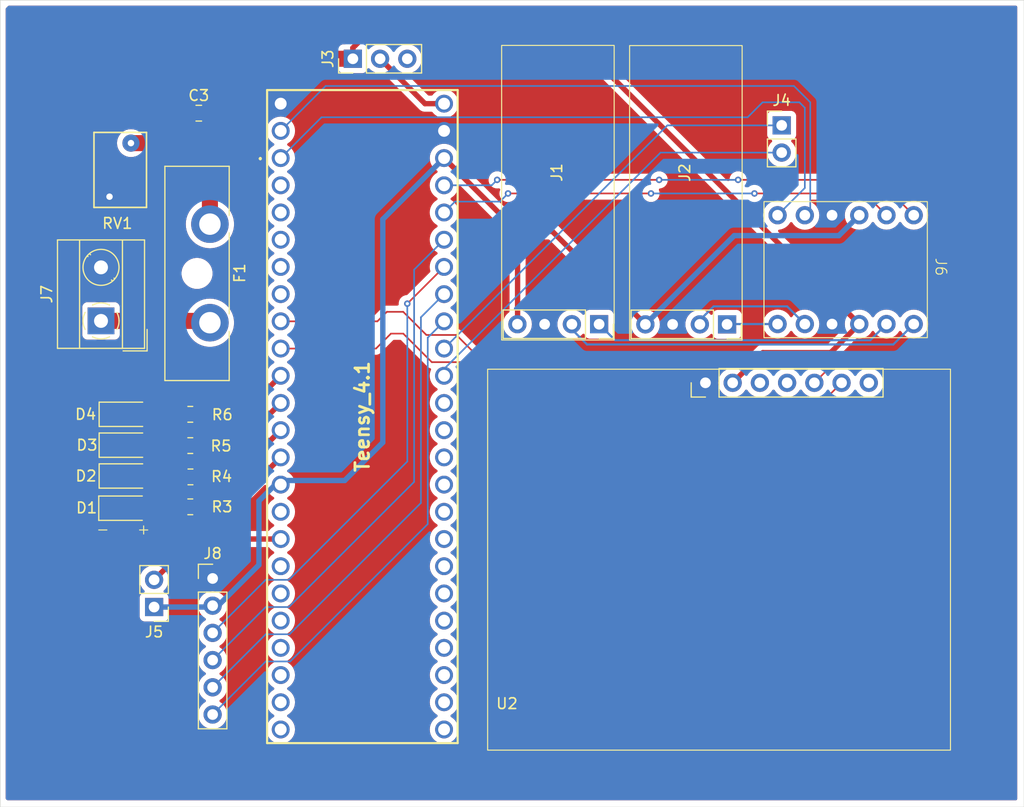
<source format=kicad_pcb>
(kicad_pcb (version 20240108) (generator "pcbnew") (generator_version "8.0")
  (layers (0 "F.Cu" signal) (31 "B.Cu" signal) (34 "B.Paste" user) (35 "F.Paste" user) (36 "B.SilkS" user "B.Silkscreen") (37 "F.SilkS" user "F.Silkscreen") (38 "B.Mask" user) (39 "F.Mask" user) (44 "Edge.Cuts" user))
  (net 0 "")
  (net 1 "GND")
  (net 2 "+3.3V")
  (net 3 "+5V")
  (net 4 "Net-(D1-A)")
  (net 5 "Net-(D2-A)")
  (net 6 "Net-(D3-A)")
  (net 7 "Net-(D4-A)")
  (net 8 "Net-(J7-Pin_1)")
  (net 9 "/CAN1 TX 5v")
  (net 10 "/CAN1 RX 5v")
  (net 11 "/CAN2 TX 5v")
  (net 12 "/CAN2 RX 5v")
  (net 13 "/Teensy Vin")
  (net 14 "/Toggle")
  (net 15 "/CAN2 TX 3.3v")
  (net 16 "/CAN2 RX 3.3v")
  (net 17 "/CAN1 RX 3.3v")
  (net 18 "/CAN1 TX 3.3v")
  (net 19 "/GYRO SCL")
  (net 20 "/GYRO SDA")
  (net 21 "/LED0")
  (net 22 "/LED1")
  (net 23 "/LED2")
  (net 24 "/LED3")
  (net 30 "/GPS RX")
  (net 38 "/IntGyro")
  (net 41 "/GPS TX")
  (net 43 "/IntAccel")
  (net 56 "/Dashboard SDA")
  (net 57 "/Dashboard SCL")
  (footprint "Custom Footprints:TEENSY41" (layer "F.Cu") (at 104.1654 79.2226)
    (property "Reference" "Teensy_4.1" (at -0.1524 -1.8796 90) (layer "F.SilkS") (effects (font (size 1.27 1.27) (thickness 0.254))))
    (property "Value" "~" (hide yes))
    (fp_line (start -9.6724 -26.0096) (end -9.6724 -26.0096) (stroke (width 0.2)) (layer "F.SilkS"))
    (fp_line (start -9.6724 -26.0096) (end -9.6724 -26.0096) (stroke (width 0.2)) (layer "F.SilkS"))
    (fp_line (start -9.6724 -25.9096) (end -9.6724 -25.9096) (stroke (width 0.2)) (layer "F.SilkS"))
    (fp_line (start -9.0424 -32.3596) (end -9.0424 28.6004) (stroke (width 0.2)) (layer "F.SilkS"))
    (fp_line (start -9.0424 28.6004) (end 8.7376 28.6004) (stroke (width 0.2)) (layer "F.SilkS"))
    (fp_line (start 8.7376 -32.3596) (end -9.0424 -32.3596) (stroke (width 0.2)) (layer "F.SilkS"))
    (fp_line (start 8.7376 28.6004) (end 8.7376 -32.3596) (stroke (width 0.2)) (layer "F.SilkS"))
    (fp_arc (start -9.6724 -26.0096) (mid -9.6224 -25.9596) (end -9.6724 -25.9096) (stroke (width 0.2)) (layer "F.SilkS"))
    (fp_arc (start -9.6724 -25.9096) (mid -9.7224 -25.9596) (end -9.6724 -26.0096) (stroke (width 0.2)) (layer "F.SilkS"))
    (fp_arc (start -9.6724 -25.9096) (mid -9.7224 -25.9596) (end -9.6724 -26.0096) (stroke (width 0.2)) (layer "F.SilkS"))
    (pad "0" thru_hole circle (at -7.7724 -28.5496 270) (size 1.665 1.665) (drill 1.11) (layers "*.Cu" "*.Mask") (net 16 "/CAN2 RX 3.3v"))
    (pad "1" thru_hole circle (at -7.7724 -26.0096 270) (size 1.665 1.665) (drill 1.11) (layers "*.Cu" "*.Mask") (net 15 "/CAN2 TX 3.3v"))
    (pad "2" thru_hole circle (at -7.7724 -23.4696 270) (size 1.665 1.665) (drill 1.11) (layers "*.Cu" "*.Mask"))
    (pad "3" thru_hole circle (at -7.7724 -20.9296 270) (size 1.665 1.665) (drill 1.11) (layers "*.Cu" "*.Mask"))
    (pad "4" thru_hole circle (at -7.7724 -18.3896 270) (size 1.665 1.665) (drill 1.11) (layers "*.Cu" "*.Mask"))
    (pad "5" thru_hole circle (at -7.7724 -15.8496 270) (size 1.665 1.665) (drill 1.11) (layers "*.Cu" "*.Mask"))
    (pad "6" thru_hole circle (at -7.7724 -13.3096 270) (size 1.665 1.665) (drill 1.11) (layers "*.Cu" "*.Mask"))
    (pad "7" thru_hole circle (at -7.7724 -10.7696 270) (size 1.665 1.665) (drill 1.11) (layers "*.Cu" "*.Mask") (net 41 "/GPS TX"))
    (pad "8" thru_hole circle (at -7.7724 -8.2296 270) (size 1.665 1.665) (drill 1.11) (layers "*.Cu" "*.Mask") (net 30 "/GPS RX"))
    (pad "9" thru_hole circle (at -7.7724 -5.6896 270) (size 1.665 1.665) (drill 1.11) (layers "*.Cu" "*.Mask") (net 24 "/LED3"))
    (pad "10" thru_hole circle (at -7.7724 -3.1496 270) (size 1.665 1.665) (drill 1.11) (layers "*.Cu" "*.Mask") (net 23 "/LED2"))
    (pad "11" thru_hole circle (at -7.7724 -0.6096 270) (size 1.665 1.665) (drill 1.11) (layers "*.Cu" "*.Mask") (net 22 "/LED1"))
    (pad "12" thru_hole circle (at -7.7724 1.9304 270) (size 1.665 1.665) (drill 1.11) (layers "*.Cu" "*.Mask") (net 21 "/LED0"))
    (pad "13" thru_hole circle (at 7.4676 1.9304 270) (size 1.665 1.665) (drill 1.11) (layers "*.Cu" "*.Mask"))
    (pad "14" thru_hole circle (at 7.4676 -0.6096 270) (size 1.665 1.665) (drill 1.11) (layers "*.Cu" "*.Mask"))
    (pad "15" thru_hole circle (at 7.4676 -3.1496 270) (size 1.665 1.665) (drill 1.11) (layers "*.Cu" "*.Mask"))
    (pad "16" thru_hole circle (at 7.4676 -5.6896 270) (size 1.665 1.665) (drill 1.11) (layers "*.Cu" "*.Mask") (net 57 "/Dashboard SCL"))
    (pad "17" thru_hole circle (at 7.4676 -8.2296 270) (size 1.665 1.665) (drill 1.11) (layers "*.Cu" "*.Mask") (net 56 "/Dashboard SDA"))
    (pad "18" thru_hole circle (at 7.4676 -10.7696 270) (size 1.665 1.665) (drill 1.11) (layers "*.Cu" "*.Mask") (net 20 "/GYRO SDA"))
    (pad "19" thru_hole circle (at 7.4676 -13.3096 270) (size 1.665 1.665) (drill 1.11) (layers "*.Cu" "*.Mask") (net 19 "/GYRO SCL"))
    (pad "20" thru_hole circle (at 7.4676 -15.8496 270) (size 1.665 1.665) (drill 1.11) (layers "*.Cu" "*.Mask") (net 38 "/IntGyro"))
    (pad "21" thru_hole circle (at 7.4676 -18.3896 270) (size 1.665 1.665) (drill 1.11) (layers "*.Cu" "*.Mask") (net 43 "/IntAccel"))
    (pad "22" thru_hole circle (at 7.4676 -20.9296 270) (size 1.665 1.665) (drill 1.11) (layers "*.Cu" "*.Mask") (net 18 "/CAN1 TX 3.3v"))
    (pad "23" thru_hole circle (at 7.4676 -23.4696 270) (size 1.665 1.665) (drill 1.11) (layers "*.Cu" "*.Mask") (net 17 "/CAN1 RX 3.3v"))
    (pad "24" thru_hole circle (at -7.7724 7.0104 270) (size 1.665 1.665) (drill 1.11) (layers "*.Cu" "*.Mask"))
    (pad "25" thru_hole circle (at -7.7724 9.5504 270) (size 1.665 1.665) (drill 1.11) (layers "*.Cu" "*.Mask") (net 14 "/Toggle"))
    (pad "26" thru_hole circle (at -7.7724 12.0904 270) (size 1.665 1.665) (drill 1.11) (layers "*.Cu" "*.Mask"))
    (pad "27" thru_hole circle (at -7.7724 14.6304 270) (size 1.665 1.665) (drill 1.11) (layers "*.Cu" "*.Mask"))
    (pad "28" thru_hole circle (at -7.7724 17.1704 270) (size 1.665 1.665) (drill 1.11) (layers "*.Cu" "*.Mask"))
    (pad "29" thru_hole circle (at -7.7724 19.7104 270) (size 1.665 1.665) (drill 1.11) (layers "*.Cu" "*.Mask"))
    (pad "30" thru_hole circle (at -7.7724 22.2504 270) (size 1.665 1.665) (drill 1.11) (layers "*.Cu" "*.Mask"))
    (pad "31" thru_hole circle (at -7.7724 24.7904 270) (size 1.665 1.665) (drill 1.11) (layers "*.Cu" "*.Mask"))
    (pad "32" thru_hole circle (at -7.7724 27.3304 270) (size 1.665 1.665) (drill 1.11) (layers "*.Cu" "*.Mask"))
    (pad "33" thru_hole circle (at 7.4676 27.3304 270) (size 1.665 1.665) (drill 1.11) (layers "*.Cu" "*.Mask"))
    (pad "34" thru_hole circle (at 7.4676 24.7904 270) (size 1.665 1.665) (drill 1.11) (layers "*.Cu" "*.Mask"))
    (pad "35" thru_hole circle (at 7.4676 22.2504 270) (size 1.665 1.665) (drill 1.11) (layers "*.Cu" "*.Mask"))
    (pad "36" thru_hole circle (at 7.4676 19.7104 270) (size 1.665 1.665) (drill 1.11) (layers "*.Cu" "*.Mask"))
    (pad "37" thru_hole circle (at 7.4676 17.1704 270) (size 1.665 1.665) (drill 1.11) (layers "*.Cu" "*.Mask"))
    (pad "38" thru_hole circle (at 7.4676 14.6304 270) (size 1.665 1.665) (drill 1.11) (layers "*.Cu" "*.Mask"))
    (pad "39" thru_hole circle (at 7.4676 12.0904 270) (size 1.665 1.665) (drill 1.11) (layers "*.Cu" "*.Mask"))
    (pad "40" thru_hole circle (at 7.4676 9.5504 270) (size 1.665 1.665) (drill 1.11) (layers "*.Cu" "*.Mask"))
    (pad "41" thru_hole circle (at 7.4676 7.0104 270) (size 1.665 1.665) (drill 1.11) (layers "*.Cu" "*.Mask"))
    (pad "42" thru_hole circle (at -7.7724 4.4704 270) (size 1.665 1.665) (drill 1.11) (layers "*.Cu" "*.Mask") (net 2 "+3.3V"))
    (pad "53" thru_hole circle (at 7.4676 -26.0096 270) (size 1.665 1.665) (drill 1.11) (layers "*.Cu" "*.Mask") (net 2 "+3.3V"))
    (pad "55" thru_hole circle (at 7.4676 -31.0896 270) (size 1.665 1.665) (drill 1.11) (layers "*.Cu" "*.Mask") (net 13 "/Teensy Vin"))
    (pad "69" thru_hole circle (at 7.4676 4.4704 270) (size 1.665 1.665) (drill 1.11) (layers "*.Cu" "*.Mask"))
    (pad "70" thru_hole circle (at 7.4676 -28.5496 270) (size 1.665 1.665) (drill 1.11) (layers "*.Cu" "*.Mask") (net 1 "GND"))
    (pad "71" thru_hole circle (at -7.7724 -31.0896 270) (size 1.665 1.665) (drill 1.11) (layers "*.Cu" "*.Mask") (net 1 "GND"))
  )
  (footprint "Resistor_SMD:R_0805_2012Metric_Pad1.20x1.40mm_HandSolder" (layer "F.Cu") (at 87.9745 82.973334)
    (property "Reference" "R4" (at 2.905 -0.029 360) (layer "F.SilkS"))
    (property "Value" "5")
    (fp_line (start -0.227064 -0.735) (end 0.227064 -0.735) (stroke (width 0.12)) (layer "F.SilkS"))
    (fp_line (start -0.227064 0.735) (end 0.227064 0.735) (stroke (width 0.12)) (layer "F.SilkS"))
    (pad "1" smd roundrect (at -1 0) (size 1.2 1.4) (layers "F.Cu" "F.Paste" "F.Mask") (roundrect_rratio 0.208333) (net 5 "Net-(D2-A)"))
    (pad "2" smd roundrect (at 1 0) (size 1.2 1.4) (layers "F.Cu" "F.Paste" "F.Mask") (roundrect_rratio 0.208333) (net 22 "/LED1"))
  )
  (footprint "Fuse:Fuseholder_Blade_ATO_Littelfuse_Pudenz_2_Pin" (layer "F.Cu") (at 89.789 59.38 -90)
    (property "Reference" "F1" (at 4.57 -2.78 90) (layer "F.SilkS"))
    (property "Value" "1.5A")
    (fp_line (start -5.4 4.2) (end -5.4 -1.8) (stroke (width 0.12)) (layer "F.SilkS"))
    (fp_line (start 14.6 4.2) (end -5.4 4.2) (stroke (width 0.12)) (layer "F.SilkS"))
    (fp_line (start -5.4 -1.8) (end -0.81 -1.8) (stroke (width 0.12)) (layer "F.SilkS"))
    (fp_line (start 0.81 -1.8) (end 8.38 -1.8) (stroke (width 0.12)) (layer "F.SilkS"))
    (fp_line (start 10.02 -1.8) (end 14.6 -1.8) (stroke (width 0.12)) (layer "F.SilkS"))
    (fp_line (start 14.6 -1.8) (end 14.6 4.2) (stroke (width 0.12)) (layer "F.SilkS"))
    (pad "" np_thru_hole circle (at 4.6 1.2 270) (size 2.4 2.4) (drill 2.4) (layers "*.Cu" "*.Mask"))
    (pad "1" thru_hole circle (at 0 0 270) (size 3.5 3.5) (drill 2) (layers "*.Cu" "*.Mask") (net 3 "+5V"))
    (pad "2" thru_hole circle (at 9.2 0 270) (size 3.5 3.5) (drill 2) (layers "*.Cu" "*.Mask") (net 8 "Net-(J7-Pin_1)"))
  )
  (footprint "Custom Footprints:SparkFun Logic Level" (layer "F.Cu") (at 142.748 68.707 -90)
    (property "Reference" "J6" (at -5.334 -15.24 -90) (layer "F.SilkS") (effects (font (thickness 0.1))))
    (property "Value" "BOB-12009 Logic Level Shifter")
    (fp_rect (start -11.43 -13.97) (end 1.27 1.27) (stroke (width 0.1)) (fill none) (layer "F.SilkS"))
    (pad "1" thru_hole oval (at -10.16 -12.7 270) (size 1.7 1.7) (drill 1) (layers "*.Cu" "*.Mask") (net 17 "/CAN1 RX 3.3v"))
    (pad "2" thru_hole oval (at -10.16 -10.16 270) (size 1.7 1.7) (drill 1) (layers "*.Cu" "*.Mask") (net 18 "/CAN1 TX 3.3v"))
    (pad "3" thru_hole oval (at -10.16 -7.62 270) (size 1.7 1.7) (drill 1) (layers "*.Cu" "*.Mask") (net 2 "+3.3V"))
    (pad "4" thru_hole oval (at -10.16 -5.08 270) (size 1.7 1.7) (drill 1) (layers "*.Cu" "*.Mask") (net 1 "GND"))
    (pad "5" thru_hole oval (at -10.16 -2.54 270) (size 1.7 1.7) (drill 1) (layers "*.Cu" "*.Mask") (net 16 "/CAN2 RX 3.3v"))
    (pad "6" thru_hole oval (at -10.16 0 270) (size 1.7 1.7) (drill 1) (layers "*.Cu" "*.Mask") (net 15 "/CAN2 TX 3.3v"))
    (pad "7" thru_hole oval (at 0 0 270) (size 1.7 1.7) (drill 1) (layers "*.Cu" "*.Mask") (net 11 "/CAN2 TX 5v"))
    (pad "8" thru_hole oval (at 0 -2.54 270) (size 1.7 1.7) (drill 1) (layers "*.Cu" "*.Mask") (net 12 "/CAN2 RX 5v"))
    (pad "9" thru_hole oval (at 0 -5.08 270) (size 1.7 1.7) (drill 1) (layers "*.Cu" "*.Mask") (net 1 "GND"))
    (pad "10" thru_hole oval (at 0 -7.62 270) (size 1.7 1.7) (drill 1) (layers "*.Cu" "*.Mask") (net 3 "+5V"))
    (pad "11" thru_hole oval (at 0 -10.16 270) (size 1.7 1.7) (drill 1) (layers "*.Cu" "*.Mask") (net 9 "/CAN1 TX 5v"))
    (pad "12" thru_hole oval (at 0 -12.7 270) (size 1.7 1.7) (drill 1) (layers "*.Cu" "*.Mask") (net 10 "/CAN1 RX 5v"))
  )
  (footprint "Connector_PinHeader_2.54mm:PinHeader_1x02_P2.54mm_Vertical" (layer "F.Cu") (at 84.582 95.123 180)
    (property "Reference" "J5" (at 0 -2.33 360) (layer "F.SilkS"))
    (property "Value" "Conn_01x02_Pin")
    (fp_line (start 1.33 1.27) (end 1.33 3.87) (stroke (width 0.12)) (layer "F.SilkS"))
    (fp_line (start -1.33 3.87) (end 1.33 3.87) (stroke (width 0.12)) (layer "F.SilkS"))
    (fp_line (start -1.33 1.27) (end 1.33 1.27) (stroke (width 0.12)) (layer "F.SilkS"))
    (fp_line (start -1.33 1.27) (end -1.33 3.87) (stroke (width 0.12)) (layer "F.SilkS"))
    (fp_line (start -1.33 0) (end -1.33 -1.33) (stroke (width 0.12)) (layer "F.SilkS"))
    (fp_line (start -1.33 -1.33) (end 0 -1.33) (stroke (width 0.12)) (layer "F.SilkS"))
    (pad "1" thru_hole rect (at 0 0 180) (size 1.7 1.7) (drill 1) (layers "*.Cu" "*.Mask") (net 2 "+3.3V"))
    (pad "2" thru_hole oval (at 0 2.54 180) (size 1.7 1.7) (drill 1) (layers "*.Cu" "*.Mask") (net 14 "/Toggle"))
  )
  (footprint "Connector_PinHeader_2.54mm:PinHeader_1x02_P2.54mm_Vertical" (layer "F.Cu") (at 143.129 50.16)
    (property "Reference" "J4" (at 0 -2.33 360) (layer "F.SilkS"))
    (property "Value" "Conn_01x02_Pin")
    (fp_line (start -1.33 -1.33) (end 0 -1.33) (stroke (width 0.12)) (layer "F.SilkS"))
    (fp_line (start -1.33 0) (end -1.33 -1.33) (stroke (width 0.12)) (layer "F.SilkS"))
    (fp_line (start -1.33 1.27) (end -1.33 3.87) (stroke (width 0.12)) (layer "F.SilkS"))
    (fp_line (start -1.33 1.27) (end 1.33 1.27) (stroke (width 0.12)) (layer "F.SilkS"))
    (fp_line (start -1.33 3.87) (end 1.33 3.87) (stroke (width 0.12)) (layer "F.SilkS"))
    (fp_line (start 1.33 1.27) (end 1.33 3.87) (stroke (width 0.12)) (layer "F.SilkS"))
    (pad "1" thru_hole rect (at 0 0) (size 1.7 1.7) (drill 1) (layers "*.Cu" "*.Mask") (net 56 "/Dashboard SDA"))
    (pad "2" thru_hole oval (at 0 2.54) (size 1.7 1.7) (drill 1) (layers "*.Cu" "*.Mask") (net 57 "/Dashboard SCL"))
  )
  (footprint "LED_SMD:LED_1206_3216Metric_Pad1.42x1.75mm_HandSolder" (layer "F.Cu") (at 81.915 77.131334)
    (property "Reference" "D4" (at -3.7195 0 360) (layer "F.SilkS"))
    (property "Value" "LED")
    (fp_line (start -2.46 -1.135) (end -2.46 1.135) (stroke (width 0.12)) (layer "F.SilkS"))
    (fp_line (start -2.46 1.135) (end 1.6 1.135) (stroke (width 0.12)) (layer "F.SilkS"))
    (fp_line (start 1.6 -1.135) (end -2.46 -1.135) (stroke (width 0.12)) (layer "F.SilkS"))
    (pad "1" smd roundrect (at -1.4875 0) (size 1.425 1.75) (layers "F.Cu" "F.Paste" "F.Mask") (roundrect_rratio 0.175439) (net 1 "GND"))
    (pad "2" smd roundrect (at 1.4875 0) (size 1.425 1.75) (layers "F.Cu" "F.Paste" "F.Mask") (roundrect_rratio 0.175439) (net 7 "Net-(D4-A)"))
  )
  (footprint "Connector_PinHeader_2.54mm:PinHeader_1x06_P2.54mm_Vertical" (layer "F.Cu") (at 90.043 92.456)
    (property "Reference" "J8" (at 0 -2.33 0) (layer "F.SilkS"))
    (property "Value" "Conn_01x06_Pin")
    (fp_line (start -1.33 -1.33) (end 0 -1.33) (stroke (width 0.12)) (layer "F.SilkS"))
    (fp_line (start -1.33 0) (end -1.33 -1.33) (stroke (width 0.12)) (layer "F.SilkS"))
    (fp_line (start -1.33 1.27) (end -1.33 14.03) (stroke (width 0.12)) (layer "F.SilkS"))
    (fp_line (start -1.33 1.27) (end 1.33 1.27) (stroke (width 0.12)) (layer "F.SilkS"))
    (fp_line (start -1.33 14.03) (end 1.33 14.03) (stroke (width 0.12)) (layer "F.SilkS"))
    (fp_line (start 1.33 1.27) (end 1.33 14.03) (stroke (width 0.12)) (layer "F.SilkS"))
    (pad "1" thru_hole rect (at 0 0) (size 1.7 1.7) (drill 1) (layers "*.Cu" "*.Mask") (net 1 "GND"))
    (pad "2" thru_hole oval (at 0 2.54) (size 1.7 1.7) (drill 1) (layers "*.Cu" "*.Mask") (net 2 "+3.3V"))
    (pad "3" thru_hole oval (at 0 5.08) (size 1.7 1.7) (drill 1) (layers "*.Cu" "*.Mask") (net 38 "/IntGyro"))
    (pad "4" thru_hole oval (at 0 7.62) (size 1.7 1.7) (drill 1) (layers "*.Cu" "*.Mask") (net 43 "/IntAccel"))
    (pad "5" thru_hole oval (at 0 10.16) (size 1.7 1.7) (drill 1) (layers "*.Cu" "*.Mask") (net 19 "/GYRO SCL"))
    (pad "6" thru_hole oval (at 0 12.7) (size 1.7 1.7) (drill 1) (layers "*.Cu" "*.Mask") (net 20 "/GYRO SDA"))
  )
  (footprint "Connector_PinHeader_2.54mm:PinHeader_1x03_P2.54mm_Vertical" (layer "F.Cu") (at 103.124 43.942 90)
    (property "Reference" "J3" (at 0 -2.33 90) (layer "F.SilkS"))
    (property "Value" "Block Jumper")
    (fp_line (start -1.33 -1.33) (end 0 -1.33) (stroke (width 0.12)) (layer "F.SilkS"))
    (fp_line (start -1.33 0) (end -1.33 -1.33) (stroke (width 0.12)) (layer "F.SilkS"))
    (fp_line (start 1.33 1.27) (end 1.33 6.41) (stroke (width 0.12)) (layer "F.SilkS"))
    (fp_line (start -1.33 1.27) (end 1.33 1.27) (stroke (width 0.12)) (layer "F.SilkS"))
    (fp_line (start -1.33 1.27) (end -1.33 6.41) (stroke (width 0.12)) (layer "F.SilkS"))
    (fp_line (start -1.33 6.41) (end 1.33 6.41) (stroke (width 0.12)) (layer "F.SilkS"))
    (pad "1" thru_hole rect (at 0 0 90) (size 1.7 1.7) (drill 1) (layers "*.Cu" "*.Mask") (net 3 "+5V"))
    (pad "2" thru_hole oval (at 0 2.54 90) (size 1.7 1.7) (drill 1) (layers "*.Cu" "*.Mask") (net 13 "/Teensy Vin"))
    (pad "3" thru_hole oval (at 0 5.08 90) (size 1.7 1.7) (drill 1) (layers "*.Cu" "*.Mask"))
  )
  (footprint "Resistor_SMD:R_0805_2012Metric_Pad1.20x1.40mm_HandSolder" (layer "F.Cu") (at 87.9585 85.767334)
    (property "Reference" "R3" (at 2.959 0 360) (layer "F.SilkS"))
    (property "Value" "5")
    (fp_line (start -0.227064 -0.735) (end 0.227064 -0.735) (stroke (width 0.12)) (layer "F.SilkS"))
    (fp_line (start -0.227064 0.735) (end 0.227064 0.735) (stroke (width 0.12)) (layer "F.SilkS"))
    (pad "1" smd roundrect (at -1 0) (size 1.2 1.4) (layers "F.Cu" "F.Paste" "F.Mask") (roundrect_rratio 0.208333) (net 4 "Net-(D1-A)"))
    (pad "2" smd roundrect (at 1 0) (size 1.2 1.4) (layers "F.Cu" "F.Paste" "F.Mask") (roundrect_rratio 0.208333) (net 21 "/LED0"))
  )
  (footprint "Varistor:RV_Disc_D7mm_W4.9mm_P5mm" (layer "F.Cu") (at 82.423 51.816 -90)
    (property "Reference" "RV1" (at 7.493 1.27 360) (layer "F.SilkS"))
    (property "Value" "Varistor_US")
    (fp_line (start -1 3.45) (end 6 3.45) (stroke (width 0.15)) (layer "F.SilkS"))
    (fp_line (start -1 -1.45) (end -1 3.45) (stroke (width 0.15)) (layer "F.SilkS"))
    (fp_line (start -1 -1.45) (end 6 -1.45) (stroke (width 0.15)) (layer "F.SilkS"))
    (fp_line (start 6 -1.45) (end 6 3.45) (stroke (width 0.15)) (layer "F.SilkS"))
    (pad "1" thru_hole circle (at 0 0 270) (size 1.6 1.6) (drill 0.6) (layers "*.Cu" "*.Mask") (net 3 "+5V"))
    (pad "2" thru_hole circle (at 5 2 270) (size 1.6 1.6) (drill 0.6) (layers "*.Cu" "*.Mask") (net 1 "GND"))
  )
  (footprint "Custom Footprints:canBOB" (layer "F.Cu") (at 117.0033 70.1947)
    (property "Reference" "J1" (at 5.1453 -15.6355 90) (layer "F.SilkS"))
    (property "Value" "CAN BOB")
    (fp_line (start 0.1432 -2.8032) (end 0.1432 -0.1432) (stroke (width 0.12)) (layer "F.SilkS"))
    (fp_line (start 7.8232 -2.8032) (end 0.1432 -2.8032) (stroke (width 0.12)) (layer "F.SilkS"))
    (fp_line (start 7.8232 -2.8032) (end 7.8232 -0.1432) (stroke (width 0.12)) (layer "F.SilkS"))
    (fp_line (start 7.8232 -0.1432) (end 0.1432 -0.1432) (stroke (width 0.12)) (layer "F.SilkS"))
    (fp_line (start 10.4232 -1.4732) (end 10.4232 -0.1432) (stroke (width 0.12)) (layer "F.SilkS"))
    (fp_line (start 10.4232 -0.1432) (end 9.0932 -0.1432) (stroke (width 0.12)) (layer "F.SilkS"))
    (fp_rect (start 0 0) (end 10.5 -27.5) (stroke (width 0.1)) (fill none) (layer "F.SilkS"))
    (pad "1" thru_hole rect (at 9.0932 -1.4732 270) (size 1.7 1.7) (drill 1) (layers "*.Cu" "*.Mask") (net 9 "/CAN1 TX 5v"))
    (pad "2" thru_hole oval (at 6.5532 -1.4732 270) (size 1.7 1.7) (drill 1) (layers "*.Cu" "*.Mask") (net 10 "/CAN1 RX 5v"))
    (pad "3" thru_hole oval (at 4.0132 -1.4732 270) (size 1.7 1.7) (drill 1) (layers "*.Cu" "*.Mask") (net 1 "GND"))
    (pad "4" thru_hole oval (at 1.4732 -1.4732 270) (size 1.7 1.7) (drill 1) (layers "*.Cu" "*.Mask") (net 2 "+3.3V"))
  )
  (footprint "Custom Footprints:NEO-M9N GPS" (layer "F.Cu") (at 136.017 74.1901 90)
    (property "Reference" "U2" (at -29.9466 -18.5166 0) (layer "F.SilkS"))
    (property "Value" "NEO-M9N")
    (fp_line (start -1.33 -1.33) (end 0 -1.33) (stroke (width 0.12)) (layer "F.SilkS"))
    (fp_line (start -1.33 0) (end -1.33 -1.33) (stroke (width 0.12)) (layer "F.SilkS"))
    (fp_line (start 1.33 1.27) (end 1.33 16.57) (stroke (width 0.12)) (layer "F.SilkS"))
    (fp_line (start -1.33 1.27) (end 1.33 1.27) (stroke (width 0.12)) (layer "F.SilkS"))
    (fp_line (start -1.33 1.27) (end -1.33 16.57) (stroke (width 0.12)) (layer "F.SilkS"))
    (fp_line (start -1.33 16.57) (end 1.33 16.57) (stroke (width 0.12)) (layer "F.SilkS"))
    (fp_rect (start 1.27 -20.32) (end -34.29 22.86) (stroke (width 0.1)) (fill none) (layer "F.SilkS"))
    (pad "0" thru_hole oval (at 0 5.08 90) (size 1.7 1.7) (drill 1) (layers "*.Cu" "*.Mask"))
    (pad "2" thru_hole oval (at 0 7.62 90) (size 1.7 1.7) (drill 1) (layers "*.Cu" "*.Mask"))
    (pad "10" thru_hole rect (at 0 0 90) (size 1.7 1.7) (drill 1) (layers "*.Cu" "*.Mask") (net 1 "GND"))
    (pad "19" thru_hole oval (at 0 15.24 90) (size 1.7 1.7) (drill 1) (layers "*.Cu" "*.Mask"))
    (pad "20" thru_hole oval (at 0 12.7 90) (size 1.7 1.7) (drill 1) (layers "*.Cu" "*.Mask") (net 41 "/GPS TX"))
    (pad "21" thru_hole oval (at 0 10.16 90) (size 1.7 1.7) (drill 1) (layers "*.Cu" "*.Mask") (net 30 "/GPS RX"))
    (pad "23" thru_hole oval (at 0 2.54 90) (size 1.7 1.7) (drill 1) (layers "*.Cu" "*.Mask") (net 3 "+5V"))
  )
  (footprint "Resistor_SMD:R_0805_2012Metric_Pad1.20x1.40mm_HandSolder" (layer "F.Cu") (at 87.9585 80.052334)
    (property "Reference" "R5" (at 2.8685 0.039 360) (layer "F.SilkS"))
    (property "Value" "5")
    (fp_line (start -0.227064 -0.735) (end 0.227064 -0.735) (stroke (width 0.12)) (layer "F.SilkS"))
    (fp_line (start -0.227064 0.735) (end 0.227064 0.735) (stroke (width 0.12)) (layer "F.SilkS"))
    (pad "1" smd roundrect (at -1 0) (size 1.2 1.4) (layers "F.Cu" "F.Paste" "F.Mask") (roundrect_rratio 0.208333) (net 6 "Net-(D3-A)"))
    (pad "2" smd roundrect (at 1 0) (size 1.2 1.4) (layers "F.Cu" "F.Paste" "F.Mask") (roundrect_rratio 0.208333) (net 23 "/LED2"))
  )
  (footprint "Resistor_SMD:R_0805_2012Metric_Pad1.20x1.40mm_HandSolder" (layer "F.Cu") (at 87.9585 77.131334)
    (property "Reference" "R6" (at 2.983406 0.039 360) (layer "F.SilkS"))
    (property "Value" "5")
    (fp_line (start -0.227064 -0.735) (end 0.227064 -0.735) (stroke (width 0.12)) (layer "F.SilkS"))
    (fp_line (start -0.227064 0.735) (end 0.227064 0.735) (stroke (width 0.12)) (layer "F.SilkS"))
    (pad "1" smd roundrect (at -1 0) (size 1.2 1.4) (layers "F.Cu" "F.Paste" "F.Mask") (roundrect_rratio 0.208333) (net 7 "Net-(D4-A)"))
    (pad "2" smd roundrect (at 1 0) (size 1.2 1.4) (layers "F.Cu" "F.Paste" "F.Mask") (roundrect_rratio 0.208333) (net 24 "/LED3"))
  )
  (footprint "LED_SMD:LED_1206_3216Metric_Pad1.42x1.75mm_HandSolder" (layer "F.Cu") (at 81.915 82.888666)
    (property "Reference" "D2" (at -3.683 0 360) (layer "F.SilkS"))
    (property "Value" "LED")
    (fp_line (start -2.46 -1.135) (end -2.46 1.135) (stroke (width 0.12)) (layer "F.SilkS"))
    (fp_line (start -2.46 1.135) (end 1.6 1.135) (stroke (width 0.12)) (layer "F.SilkS"))
    (fp_line (start 1.6 -1.135) (end -2.46 -1.135) (stroke (width 0.12)) (layer "F.SilkS"))
    (pad "1" smd roundrect (at -1.4875 0) (size 1.425 1.75) (layers "F.Cu" "F.Paste" "F.Mask") (roundrect_rratio 0.175439) (net 1 "GND"))
    (pad "2" smd roundrect (at 1.4875 0) (size 1.425 1.75) (layers "F.Cu" "F.Paste" "F.Mask") (roundrect_rratio 0.175439) (net 5 "Net-(D2-A)"))
  )
  (footprint "LED_SMD:LED_1206_3216Metric_Pad1.42x1.75mm_HandSolder" (layer "F.Cu") (at 81.8785 85.894334)
    (property "Reference" "D1" (at -3.5925 -0.03 360) (layer "F.SilkS"))
    (property "Value" "LED")
    (fp_line (start -2.46 -1.135) (end -2.46 1.135) (stroke (width 0.12)) (layer "F.SilkS"))
    (fp_line (start -2.46 1.135) (end 1.6 1.135) (stroke (width 0.12)) (layer "F.SilkS"))
    (fp_line (start 1.6 -1.135) (end -2.46 -1.135) (stroke (width 0.12)) (layer "F.SilkS"))
    (pad "1" smd roundrect (at -1.4875 0) (size 1.425 1.75) (layers "F.Cu" "F.Paste" "F.Mask") (roundrect_rratio 0.175439) (net 1 "GND"))
    (pad "2" smd roundrect (at 1.4875 0) (size 1.425 1.75) (layers "F.Cu" "F.Paste" "F.Mask") (roundrect_rratio 0.175439) (net 4 "Net-(D1-A)"))
  )
  (footprint "TerminalBlock_MetzConnect:TerminalBlock_MetzConnect_Type055_RT01502HDWU_1x02_P5.00mm_Horizontal" (layer "F.Cu") (at 79.629 68.413 90)
    (property "Reference" "J7" (at 2.5 -5.06 90) (layer "F.SilkS"))
    (property "Value" "Conn_01x02_Pin")
    (fp_line (start 7.56 -4.06) (end 7.56 4.06) (stroke (width 0.12)) (layer "F.SilkS"))
    (fp_line (start -2.56 -4.06) (end 7.56 -4.06) (stroke (width 0.12)) (layer "F.SilkS"))
    (fp_line (start -2.56 -4.06) (end -2.56 4.06) (stroke (width 0.12)) (layer "F.SilkS"))
    (fp_line (start -2.56 -2) (end 7.56 -2) (stroke (width 0.12)) (layer "F.SilkS"))
    (fp_line (start 6.07 -1.275) (end 6.011 -1.216) (stroke (width 0.12)) (layer "F.SilkS"))
    (fp_line (start 6.275 -1.069) (end 6.181 -0.976) (stroke (width 0.12)) (layer "F.SilkS"))
    (fp_line (start 3.82 0.976) (end 3.726 1.069) (stroke (width 0.12)) (layer "F.SilkS"))
    (fp_line (start 3.99 1.216) (end 3.931 1.274) (stroke (width 0.12)) (layer "F.SilkS"))
    (fp_line (start -2.56 2) (end 7.56 2) (stroke (width 0.12)) (layer "F.SilkS"))
    (fp_line (start -2.8 2.06) (end -2.8 4.3) (stroke (width 0.12)) (layer "F.SilkS"))
    (fp_line (start -2.56 4.06) (end 7.56 4.06) (stroke (width 0.12)) (layer "F.SilkS"))
    (fp_line (start -2.8 4.3) (end -0.8 4.3) (stroke (width 0.12)) (layer "F.SilkS"))
    (fp_arc (start -0.789089 -1.483953) (mid -0.00005 -1.680708) (end 0.789 -1.484) (stroke (width 0.12)) (layer "F.SilkS"))
    (fp_arc (start 1.483953 -0.789089) (mid 1.680708 -0.00005) (end 1.484 0.789) (stroke (width 0.12)) (layer "F.SilkS"))
    (fp_arc (start -1.483953 0.789089) (mid -1.680708 0.00005) (end -1.484 -0.789) (stroke (width 0.12)) (layer "F.SilkS"))
    (fp_arc (start 0.788712 1.483352) (mid 0.406429 1.630097) (end 0 1.68) (stroke (width 0.12)) (layer "F.SilkS"))
    (fp_arc (start 0.029383 1.68045) (mid -0.392304 1.634281) (end -0.789 1.484) (stroke (width 0.12)) (layer "F.SilkS"))
    (fp_circle (center 5 0) (end 6.68 0) (stroke (width 0.12)) (fill none) (layer "F.SilkS"))
    (pad "1" thru_hole rect (at 0 0 90) (size 2.5 2.5) (drill 1.3) (layers "*.Cu" "*.Mask") (net 8 "Net-(J7-Pin_1)"))
    (pad "2" thru_hole circle (at 5 0 90) (size 2.5 2.5) (drill 1.3) (layers "*.Cu" "*.Mask") (net 1 "GND"))
  )
  (footprint "LED_SMD:LED_1206_3216Metric_Pad1.42x1.75mm_HandSolder" (layer "F.Cu") (at 81.915 80.01)
    (property "Reference" "D3" (at -3.5925 0 360) (layer "F.SilkS"))
    (property "Value" "LED")
    (fp_line (start -2.46 -1.135) (end -2.46 1.135) (stroke (width 0.12)) (layer "F.SilkS"))
    (fp_line (start -2.46 1.135) (end 1.6 1.135) (stroke (width 0.12)) (layer "F.SilkS"))
    (fp_line (start 1.6 -1.135) (end -2.46 -1.135) (stroke (width 0.12)) (layer "F.SilkS"))
    (pad "1" smd roundrect (at -1.4875 0) (size 1.425 1.75) (layers "F.Cu" "F.Paste" "F.Mask") (roundrect_rratio 0.175439) (net 1 "GND"))
    (pad "2" smd roundrect (at 1.4875 0) (size 1.425 1.75) (layers "F.Cu" "F.Paste" "F.Mask") (roundrect_rratio 0.175439) (net 6 "Net-(D3-A)"))
  )
  (footprint "Capacitor_SMD:C_0805_2012Metric_Pad1.18x1.45mm_HandSolder" (layer "F.Cu") (at 88.7515 49.022 180)
    (property "Reference" "C3" (at 0 1.651 360) (layer "F.SilkS"))
    (property "Value" "100uF")
    (fp_line (start -0.261252 0.735) (end 0.261252 0.735) (stroke (width 0.12)) (layer "F.SilkS"))
    (fp_line (start -0.261252 -0.735) (end 0.261252 -0.735) (stroke (width 0.12)) (layer "F.SilkS"))
    (pad "1" smd roundrect (at -1.0375 0 180) (size 1.175 1.45) (layers "F.Cu" "F.Paste" "F.Mask") (roundrect_rratio 0.212766) (net 3 "+5V"))
    (pad "2" smd roundrect (at 1.0375 0 180) (size 1.175 1.45) (layers "F.Cu" "F.Paste" "F.Mask") (roundrect_rratio 0.212766) (net 1 "GND"))
  )
  (footprint "Custom Footprints:canBOB" (layer "F.Cu") (at 128.9413 70.2092)
    (property "Reference" "J2" (at 5.1453 -15.6355 90) (layer "F.SilkS"))
    (property "Value" "CAN BOB")
    (fp_line (start 0.1432 -2.8032) (end 0.1432 -0.1432) (stroke (width 0.12)) (layer "F.SilkS"))
    (fp_line (start 7.8232 -2.8032) (end 0.1432 -2.8032) (stroke (width 0.12)) (layer "F.SilkS"))
    (fp_line (start 7.8232 -2.8032) (end 7.8232 -0.1432) (stroke (width 0.12)) (layer "F.SilkS"))
    (fp_line (start 7.8232 -0.1432) (end 0.1432 -0.1432) (stroke (width 0.12)) (layer "F.SilkS"))
    (fp_line (start 10.4232 -1.4732) (end 10.4232 -0.1432) (stroke (width 0.12)) (layer "F.SilkS"))
    (fp_line (start 10.4232 -0.1432) (end 9.0932 -0.1432) (stroke (width 0.12)) (layer "F.SilkS"))
    (fp_rect (start 0 0) (end 10.5 -27.5) (stroke (width 0.1)) (fill none) (layer "F.SilkS"))
    (pad "1" thru_hole rect (at 9.0932 -1.4732 270) (size 1.7 1.7) (drill 1) (layers "*.Cu" "*.Mask") (net 11 "/CAN2 TX 5v"))
    (pad "2" thru_hole oval (at 6.5532 -1.4732 270) (size 1.7 1.7) (drill 1) (layers "*.Cu" "*.Mask") (net 12 "/CAN2 RX 5v"))
    (pad "3" thru_hole oval (at 4.0132 -1.4732 270) (size 1.7 1.7) (drill 1) (layers "*.Cu" "*.Mask") (net 1 "GND"))
    (pad "4" thru_hole oval (at 1.4732 -1.4732 270) (size 1.7 1.7) (drill 1) (layers "*.Cu" "*.Mask") (net 2 "+3.3V"))
  )
  (gr_rect (start 70.231 38.481) (end 165.735 113.792) (stroke (width 0.05)) (fill none) (layer "Edge.Cuts"))
  (gr_text "-" (at 80.4815 87.418334 180) (layer "F.SilkS") (effects (font (size 1 1) (thickness 0.1)) (justify left bottom)))
  (gr_text "+" (at 84.2915 87.418334 180) (layer "F.SilkS") (effects (font (size 1 1) (thickness 0.1)) (justify left bottom)))
  (segment (start 130.4145 68.736) (end 121.735 60.0565) (width 0.5) (layer "F.Cu") (net 2))
  (segment (start 118.4765 68.7215) (end 118.491 68.707) (width 0.5) (layer "F.Cu") (net 2))
  (segment (start 118.491 68.707) (end 118.491 60.071) (width 0.5) (layer "F.Cu") (net 2))
  (segment (start 118.491 60.071) (end 118.4765 60.0565) (width 0.5) (layer "F.Cu") (net 2))
  (segment (start 121.735 60.0565) (end 118.4765 60.0565) (width 0.5) (layer "F.Cu") (net 2))
  (segment (start 118.4765 60.0565) (end 111.633 53.213) (width 0.5) (layer "F.Cu") (net 2))
  (segment (start 148.463 60.452) (end 150.368 58.547) (width 0.5) (layer "B.Cu") (net 2))
  (segment (start 130.4145 68.736) (end 138.6985 60.452) (width 0.5) (layer "B.Cu") (net 2))
  (segment (start 84.582 95.123) (end 89.916 95.123) (width 0.5) (layer "B.Cu") (net 2))
  (segment (start 94.361 85.217) (end 95.885 83.693) (width 0.5) (layer "B.Cu") (net 2))
  (segment (start 138.6985 60.452) (end 148.463 60.452) (width 0.5) (layer "B.Cu") (net 2))
  (segment (start 102.362 83.312) (end 105.918 79.756) (width 0.5) (layer "B.Cu") (net 2))
  (segment (start 95.885 83.693) (end 96.393 83.693) (width 0.5) (layer "B.Cu") (net 2))
  (segment (start 94.361 91.186) (end 94.361 85.217) (width 0.5) (layer "B.Cu") (net 2))
  (segment (start 96.774 83.312) (end 102.362 83.312) (width 0.5) (layer "B.Cu") (net 2))
  (segment (start 90.043 94.996) (end 90.551 94.996) (width 0.5) (layer "B.Cu") (net 2))
  (segment (start 96.393 83.693) (end 96.774 83.312) (width 0.5) (layer "B.Cu") (net 2))
  (segment (start 90.551 94.996) (end 94.361 91.186) (width 0.5) (layer "B.Cu") (net 2))
  (segment (start 105.918 58.928) (end 111.633 53.213) (width 0.5) (layer "B.Cu") (net 2))
  (segment (start 105.918 79.756) (end 105.918 58.928) (width 0.5) (layer "B.Cu") (net 2))
  (segment (start 89.916 95.123) (end 90.043 94.996) (width 0.5) (layer "B.Cu") (net 2))
  (segment (start 138.557 74.1901) (end 141.3731 71.374) (width 0.5) (layer "F.Cu") (net 3))
  (segment (start 147.701 71.374) (end 150.368 68.707) (width 0.5) (layer "F.Cu") (net 3))
  (segment (start 150.368 68.707) (end 123.317 41.656) (width 0.5) (layer "F.Cu") (net 3))
  (segment (start 141.3731 71.374) (end 147.701 71.374) (width 0.5) (layer "F.Cu") (net 3))
  (segment (start 89.789 55.499) (end 89.789 49.022) (width 1.5) (layer "F.Cu") (net 3))
  (segment (start 103.124 43.942) (end 94.869 43.942) (width 1.5) (layer "F.Cu") (net 3))
  (segment (start 82.423 51.816) (end 86.106 51.816) (width 1.5) (layer "F.Cu") (net 3))
  (segment (start 89.789 59.38) (end 89.789 55.499) (width 1.5) (layer "F.Cu") (net 3))
  (segment (start 94.869 43.942) (end 89.789 49.022) (width 1.5) (layer "F.Cu") (net 3))
  (segment (start 104.394 41.656) (end 103.124 42.926) (width 0.5) (layer "F.Cu") (net 3))
  (segment (start 103.124 42.926) (end 103.124 43.942) (width 0.5) (layer "F.Cu") (net 3))
  (segment (start 123.317 41.656) (end 104.394 41.656) (width 0.5) (layer "F.Cu") (net 3))
  (segment (start 86.106 51.816) (end 89.789 55.499) (width 1.5) (layer "F.Cu") (net 3))
  (segment (start 83.366 85.894334) (end 86.8315 85.894334) (width 0.5) (layer "F.Cu") (net 4))
  (segment (start 86.8315 85.894334) (end 86.9585 85.767334) (width 0.5) (layer "F.Cu") (net 4))
  (segment (start 83.4025 82.888666) (end 86.889832 82.888666) (width 0.5) (layer "F.Cu") (net 5))
  (segment (start 86.889832 82.888666) (end 86.9745 82.973334) (width 0.5) (layer "F.Cu") (net 5))
  (segment (start 83.4025 80.01) (end 86.916166 80.01) (width 0.5) (layer "F.Cu") (net 6))
  (segment (start 86.916166 80.01) (end 86.9585 80.052334) (width 0.5) (layer "F.Cu") (net 6))
  (segment (start 83.4025 77.131334) (end 86.9585 77.131334) (width 0.5) (layer "F.Cu") (net 7))
  (segment (start 89.622 68.413) (end 89.789 68.58) (width 1.5) (layer "F.Cu") (net 8))
  (segment (start 79.629 68.413) (end 89.622 68.413) (width 1.5) (layer "F.Cu") (net 8))
  (segment (start 127.587 70.212) (end 126.0965 68.7215) (width 0.2) (layer "B.Cu") (net 9))
  (segment (start 151.403 70.212) (end 127.587 70.212) (width 0.2) (layer "B.Cu") (net 9))
  (segment (start 152.908 68.707) (end 151.403 70.212) (width 0.2) (layer "B.Cu") (net 9))
  (segment (start 153.543 70.612) (end 124.968 70.612) (width 0.2) (layer "B.Cu") (net 10))
  (segment (start 123.5565 69.2005) (end 123.5565 68.7215) (width 0.2) (layer "B.Cu") (net 10))
  (segment (start 124.968 70.612) (end 123.5565 69.2005) (width 0.2) (layer "B.Cu") (net 10))
  (segment (start 155.448 68.707) (end 153.543 70.612) (width 0.2) (layer "B.Cu") (net 10))
  (segment (start 142.748 68.707) (end 138.0635 68.707) (width 0.2) (layer "B.Cu") (net 11))
  (segment (start 138.0635 68.707) (end 138.0345 68.736) (width 0.2) (layer "B.Cu") (net 11))
  (segment (start 145.288 68.707) (end 143.637 67.056) (width 0.2) (layer "B.Cu") (net 12))
  (segment (start 143.637 67.056) (end 136.779 67.056) (width 0.2) (layer "B.Cu") (net 12))
  (segment (start 135.4945 68.3405) (end 135.4945 68.736) (width 0.2) (layer "B.Cu") (net 12))
  (segment (start 136.47575 67.35925) (end 135.4945 68.3405) (width 0.2) (layer "B.Cu") (net 12))
  (segment (start 136.779 67.056) (end 136.483 67.352) (width 0.2) (layer "B.Cu") (net 12))
  (segment (start 109.855 48.133) (end 105.664 43.942) (width 0.5) (layer "F.Cu") (net 13))
  (segment (start 111.633 48.133) (end 109.855 48.133) (width 0.5) (layer "F.Cu") (net 13))
  (segment (start 84.582 92.583) (end 88.392 88.773) (width 0.5) (layer "F.Cu") (net 14))
  (segment (start 88.392 88.773) (end 96.393 88.773) (width 0.5) (layer "F.Cu") (net 14))
  (segment (start 145.288 56.007) (end 142.748 58.547) (width 0.155) (layer "B.Cu") (net 15))
  (segment (start 144.78 48.006) (end 145.288 48.514) (width 0.155) (layer "B.Cu") (net 15))
  (segment (start 139.954 49.403) (end 141.351 48.006) (width 0.155) (layer "B.Cu") (net 15))
  (segment (start 145.288 48.514) (end 145.288 56.007) (width 0.155) (layer "B.Cu") (net 15))
  (segment (start 141.351 48.006) (end 144.78 48.006) (width 0.155) (layer "B.Cu") (net 15))
  (segment (start 96.393 53.213) (end 100.203 49.403) (width 0.155) (layer "B.Cu") (net 15))
  (segment (start 100.203 49.403) (end 139.954 49.403) (width 0.155) (layer "B.Cu") (net 15))
  (segment (start 100.584 46.482) (end 144.272 46.482) (width 0.155) (layer "B.Cu") (net 16))
  (segment (start 145.796 48.006) (end 145.796 58.039) (width 0.155) (layer "B.Cu") (net 16))
  (segment (start 144.272 46.482) (end 145.796 48.006) (width 0.155) (layer "B.Cu") (net 16))
  (segment (start 96.393 50.673) (end 100.584 46.482) (width 0.155) (layer "B.Cu") (net 16))
  (segment (start 145.796 58.039) (end 145.288 58.547) (width 0.155) (layer "B.Cu") (net 16))
  (segment (start 155.448 58.547) (end 152.146 55.245) (width 0.155) (layer "F.Cu") (net 17))
  (segment (start 152.146 55.245) (end 139.065 55.245) (width 0.155) (layer "F.Cu") (net 17))
  (segment (start 131.699 55.245) (end 116.586 55.245) (width 0.155) (layer "F.Cu") (net 17))
  (via (at 139.065 55.245) (size 0.6) (drill 0.3) (layers "F.Cu" "B.Cu") (net 17))
  (via (at 116.586 55.245) (size 0.6) (drill 0.3) (layers "F.Cu" "B.Cu") (net 17))
  (via (at 131.699 55.245) (size 0.6) (drill 0.3) (layers "F.Cu" "B.Cu") (net 17))
  (segment (start 139.065 55.245) (end 131.699 55.245) (width 0.155) (layer "B.Cu") (net 17))
  (segment (start 116.586 55.245) (end 116.078 55.753) (width 0.155) (layer "B.Cu") (net 17))
  (segment (start 116.078 55.753) (end 111.633 55.753) (width 0.155) (layer "B.Cu") (net 17))
  (segment (start 130.937 56.515) (end 117.602 56.515) (width 0.155) (layer "F.Cu") (net 18))
  (segment (start 152.908 58.547) (end 150.876 56.515) (width 0.155) (layer "F.Cu") (net 18))
  (segment (start 150.876 56.515) (end 140.589 56.515) (width 0.155) (layer "F.Cu") (net 18))
  (via (at 140.589 56.515) (size 0.6) (drill 0.3) (layers "F.Cu" "B.Cu") (net 18))
  (via (at 117.602 56.515) (size 0.6) (drill 0.3) (layers "F.Cu" "B.Cu") (net 18))
  (via (at 130.937 56.515) (size 0.6) (drill 0.3) (layers "F.Cu" "B.Cu") (net 18))
  (segment (start 116.84 57.277) (end 112.649 57.277) (width 0.155) (layer "B.Cu") (net 18))
  (segment (start 117.602 56.515) (end 116.84 57.277) (width 0.155) (layer "B.Cu") (net 18))
  (segment (start 140.589 56.515) (end 130.937 56.515) (width 0.155) (layer "B.Cu") (net 18))
  (segment (start 130.937 56.515) (end 130.81 56.515) (width 0.155) (layer "B.Cu") (net 18))
  (segment (start 112.649 57.277) (end 111.633 58.293) (width 0.155) (layer "B.Cu") (net 18))
  (segment (start 97.2185 97.663) (end 109.474 85.4075) (width 0.155) (layer "B.Cu") (net 19))
  (segment (start 109.474 85.4075) (end 109.474 68.072) (width 0.155) (layer "B.Cu") (net 19))
  (segment (start 90.043 102.616) (end 94.996 97.663) (width 0.155) (layer "B.Cu") (net 19))
  (segment (start 94.996 97.663) (end 97.2185 97.663) (width 0.155) (layer "B.Cu") (net 19))
  (segment (start 109.474 68.072) (end 111.633 65.913) (width 0.155) (layer "B.Cu") (net 19))
  (segment (start 94.996 100.203) (end 97.282 100.203) (width 0.155) (layer "B.Cu") (net 20))
  (segment (start 97.282 100.203) (end 110.109 87.376) (width 0.155) (layer "B.Cu") (net 20))
  (segment (start 110.109 87.376) (end 110.109 69.977) (width 0.155) (layer "B.Cu") (net 20))
  (segment (start 110.109 69.977) (end 111.633 68.453) (width 0.155) (layer "B.Cu") (net 20))
  (segment (start 90.043 105.156) (end 94.996 100.203) (width 0.155) (layer "B.Cu") (net 20))
  (segment (start 88.9585 85.767334) (end 91.778666 85.767334) (width 0.5) (layer "F.Cu") (net 21))
  (segment (start 91.778666 85.767334) (end 96.393 81.153) (width 0.5) (layer "F.Cu") (net 21))
  (segment (start 88.9745 82.973334) (end 92.032666 82.973334) (width 0.5) (layer "F.Cu") (net 22))
  (segment (start 92.032666 82.973334) (end 96.393 78.613) (width 0.5) (layer "F.Cu") (net 22))
  (segment (start 88.9585 80.052334) (end 92.413666 80.052334) (width 0.5) (layer "F.Cu") (net 23))
  (segment (start 92.413666 80.052334) (end 96.393 76.073) (width 0.5) (layer "F.Cu") (net 23))
  (segment (start 88.9585 77.131334) (end 92.794666 77.131334) (width 0.5) (layer "F.Cu") (net 24))
  (segment (start 92.794666 77.131334) (end 96.393 73.533) (width 0.5) (layer "F.Cu") (net 24))
  (segment (start 118.491 77.216) (end 113.538 72.263) (width 0.155) (layer "F.Cu") (net 30))
  (segment (start 153.162 73.406) (end 153.162 74.676) (width 0.155) (layer "F.Cu") (net 30))
  (segment (start 107.823 69.596) (end 106.68 69.596) (width 0.155) (layer "F.Cu") (net 30))
  (segment (start 110.49 72.263) (end 107.823 69.596) (width 0.155) (layer "F.Cu") (net 30))
  (segment (start 113.538 72.263) (end 110.49 72.263) (width 0.155) (layer "F.Cu") (net 30))
  (segment (start 150.622 77.216) (end 118.491 77.216) (width 0.155) (layer "F.Cu") (net 30))
  (segment (start 105.283 70.993) (end 96.393 70.993) (width 0.155) (layer "F.Cu") (net 30))
  (segment (start 146.177 74.1901) (end 147.9771 72.39) (width 0.155) (layer "F.Cu") (net 30))
  (segment (start 106.68 69.596) (end 105.283 70.993) (width 0.155) (layer "F.Cu") (net 30))
  (segment (start 152.146 72.39) (end 153.162 73.406) (width 0.155) (layer "F.Cu") (net 30))
  (segment (start 153.162 74.676) (end 150.622 77.216) (width 0.155) (layer "F.Cu") (net 30))
  (segment (start 147.9771 72.39) (end 152.146 72.39) (width 0.155) (layer "F.Cu") (net 30))
  (segment (start 108.204 66.802) (end 111.633 63.373) (width 0.155) (layer "F.Cu") (net 38))
  (via (at 108.204 66.802) (size 0.6) (drill 0.3) (layers "F.Cu" "B.Cu") (net 38))
  (segment (start 108.204 66.802) (end 108.204 81.534) (width 0.155) (layer "B.Cu") (net 38))
  (segment (start 94.996 92.583) (end 90.043 97.536) (width 0.155) (layer "B.Cu") (net 38))
  (segment (start 97.155 92.583) (end 94.996 92.583) (width 0.155) (layer "B.Cu") (net 38))
  (segment (start 108.204 81.534) (end 97.155 92.583) (width 0.155) (layer "B.Cu") (net 38))
  (segment (start 106.299 67.564) (end 107.823 67.564) (width 0.155) (layer "F.Cu") (net 41))
  (segment (start 112.776 69.723) (end 119.507 76.454) (width 0.155) (layer "F.Cu") (net 41))
  (segment (start 119.507 76.454) (end 146.4531 76.454) (width 0.155) (layer "F.Cu") (net 41))
  (segment (start 105.41 68.453) (end 106.299 67.564) (width 0.155) (layer "F.Cu") (net 41))
  (segment (start 107.823 67.564) (end 109.982 69.723) (width 0.155) (layer "F.Cu") (net 41))
  (segment (start 96.393 68.453) (end 105.41 68.453) (width 0.155) (layer "F.Cu") (net 41))
  (segment (start 146.4531 76.454) (end 148.717 74.1901) (width 0.155) (layer "F.Cu") (net 41))
  (segment (start 109.982 69.723) (end 112.776 69.723) (width 0.155) (layer "F.Cu") (net 41))
  (segment (start 94.996 95.123) (end 97.155 95.123) (width 0.155) (layer "B.Cu") (net 43))
  (segment (start 97.155 95.123) (end 108.839 83.439) (width 0.155) (layer "B.Cu") (net 43))
  (segment (start 108.839 83.439) (end 108.839 63.627) (width 0.155) (layer "B.Cu") (net 43))
  (segment (start 108.839 63.627) (end 111.633 60.833) (width 0.155) (layer "B.Cu") (net 43))
  (segment (start 90.043 100.076) (end 94.996 95.123) (width 0.155) (layer "B.Cu") (net 43))
  (segment (start 111.633 70.993) (end 132.466 50.16) (width 0.155) (layer "B.Cu") (net 56))
  (segment (start 132.466 50.16) (end 143.129 50.16) (width 0.155) (layer "B.Cu") (net 56))
  (segment (start 111.633 72.898) (end 131.831 52.7) (width 0.155) (layer "B.Cu") (net 57))
  (segment (start 131.831 52.7) (end 143.129 52.7) (width 0.155) (layer "B.Cu") (net 57))
  (segment (start 111.633 73.533) (end 111.633 72.898) (width 0.155) (layer "B.Cu") (net 57))
  (zone (net 1) (net_name "GND") (layers "F&B.Cu") (connect_pads yes (clearance 0.5)) (min_thickness 0.25) (fill yes (thermal_gap 0.5) (thermal_bridge_width 0.5))
    (polygon (pts (xy 165.1 38.989) (xy 165.1 113.157) (xy 70.866 113.157) (xy 70.739 113.03) (xy 70.739 39.243) (xy 70.993 38.989)))
  )
)
</source>
